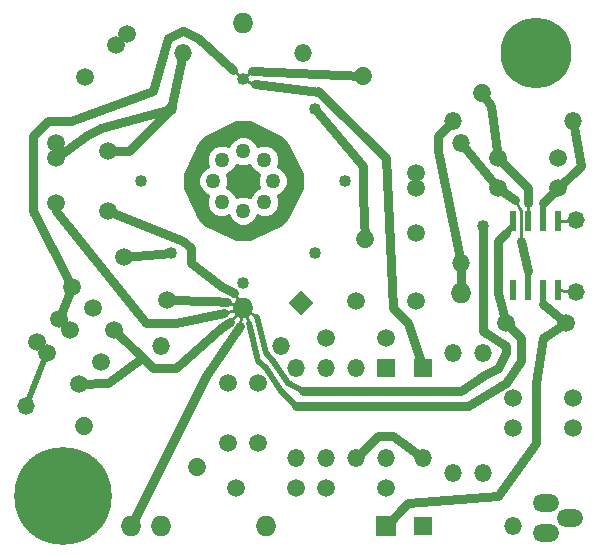
<source format=gtl>
G04 (created by PCBNEW (22-Jun-2014 BZR 4027)-stable) date Thu 15 Feb 2018 06:12:31 PM CST*
%MOIN*%
G04 Gerber Fmt 3.4, Leading zero omitted, Abs format*
%FSLAX34Y34*%
G01*
G70*
G90*
G04 APERTURE LIST*
%ADD10C,0.00590551*%
%ADD11O,0.0885X0.059*%
%ADD12O,0.059X0.059*%
%ADD13C,0.059*%
%ADD14C,0.05*%
%ADD15R,0.059X0.059*%
%ADD16O,0.069X0.069*%
%ADD17C,0.23622*%
%ADD18C,0.059*%
%ADD19R,0.069X0.069*%
%ADD20C,0.325*%
%ADD21R,0.019X0.07*%
%ADD22O,0.058X0.058*%
%ADD23C,0.04*%
%ADD24C,0.01*%
%ADD25C,0.02*%
%ADD26C,0.03*%
G04 APERTURE END LIST*
G54D10*
G54D11*
X95852Y-43250D03*
X96647Y-43750D03*
X95852Y-44250D03*
G54D12*
X92750Y-38250D03*
X92750Y-42250D03*
X93750Y-42250D03*
X93750Y-38250D03*
X83000Y-38000D03*
X87000Y-38000D03*
X83750Y-28250D03*
X87750Y-28250D03*
G54D13*
X84200Y-42050D02*
X84200Y-42050D01*
X80441Y-40681D02*
X80441Y-40681D01*
G54D14*
X85042Y-31792D03*
X86457Y-31792D03*
X86739Y-32500D03*
X85750Y-31510D03*
X86457Y-33207D03*
X85750Y-33489D03*
X85042Y-33207D03*
X84760Y-32500D03*
G54D15*
X90500Y-38750D03*
G54D12*
X89500Y-38750D03*
X88500Y-38750D03*
X87500Y-38750D03*
X87500Y-41750D03*
X88500Y-41750D03*
X90500Y-41750D03*
X89500Y-41750D03*
G54D16*
X83000Y-44000D03*
X82000Y-44000D03*
G54D17*
X95500Y-28250D03*
G54D18*
X94750Y-40750D03*
X96750Y-40750D03*
X91500Y-36500D03*
X89500Y-36500D03*
X85250Y-41250D03*
X85250Y-39250D03*
X86250Y-41250D03*
X86250Y-39250D03*
X88500Y-42750D03*
X90500Y-42750D03*
X81792Y-35042D03*
X83207Y-36457D03*
X81250Y-31500D03*
X81250Y-33500D03*
X96750Y-39750D03*
X94750Y-39750D03*
X90500Y-37750D03*
X88500Y-37750D03*
X87500Y-42750D03*
X85500Y-42750D03*
G54D16*
X85750Y-36750D03*
G54D19*
X90500Y-44000D03*
G54D16*
X86500Y-44000D03*
G54D15*
X91750Y-38750D03*
G54D12*
X91750Y-41750D03*
G54D10*
G36*
X87689Y-36143D02*
X88106Y-36560D01*
X87689Y-36977D01*
X87272Y-36560D01*
X87689Y-36143D01*
X87689Y-36143D01*
G37*
G54D13*
X89810Y-34439D02*
X89810Y-34439D01*
G54D15*
X91750Y-44000D03*
G54D12*
X94750Y-44000D03*
G54D18*
X81883Y-27616D03*
X80469Y-29030D03*
X81530Y-27969D03*
X79500Y-31250D03*
X79500Y-33250D03*
X79500Y-31750D03*
X91500Y-32250D03*
X91500Y-34250D03*
X91500Y-32750D03*
G54D20*
X79750Y-43000D03*
G54D16*
X85750Y-27250D03*
G54D21*
X96250Y-33850D03*
X95750Y-33850D03*
X95250Y-33850D03*
X94750Y-33850D03*
X94750Y-36150D03*
X95250Y-36150D03*
X95750Y-36150D03*
X96250Y-36150D03*
G54D13*
X89750Y-29000D02*
X89750Y-29000D01*
X93711Y-29556D02*
X93711Y-29556D01*
G54D12*
X96750Y-30500D03*
X92750Y-30500D03*
X93000Y-31250D03*
X93000Y-35250D03*
G54D18*
X94250Y-31750D03*
X96250Y-31750D03*
X96250Y-32750D03*
X94250Y-32750D03*
X96500Y-37250D03*
X94500Y-37250D03*
G54D16*
X93000Y-36250D03*
G54D18*
X79616Y-37116D03*
X81030Y-38530D03*
X79969Y-37469D03*
X78866Y-37866D03*
X80280Y-39280D03*
X79219Y-38219D03*
X80042Y-36042D03*
X81457Y-37457D03*
X80750Y-36750D03*
G54D22*
X96850Y-33800D03*
X96850Y-36200D03*
X78500Y-40000D03*
G54D23*
X89150Y-32500D03*
X82350Y-32500D03*
X83350Y-30100D03*
X88150Y-34900D03*
X88150Y-30100D03*
X83350Y-34900D03*
X85750Y-29100D03*
X93750Y-34000D03*
X85750Y-35900D03*
G54D24*
X96250Y-36150D02*
X96850Y-36200D01*
X96250Y-33850D02*
X96850Y-33800D01*
G54D25*
X79219Y-38219D02*
X78500Y-40000D01*
G54D26*
X95500Y-39250D02*
X95750Y-37750D01*
X91250Y-43250D02*
X94250Y-43000D01*
X94250Y-43000D02*
X95500Y-41250D01*
X95500Y-41250D02*
X95500Y-39250D01*
X90500Y-44000D02*
X91250Y-43250D01*
X95750Y-37750D02*
X96500Y-37250D01*
G54D25*
X95750Y-36500D02*
X95750Y-36600D01*
G54D26*
X95750Y-36600D02*
X96500Y-37250D01*
X93000Y-31250D02*
X94250Y-32750D01*
G54D24*
X95000Y-34500D02*
X95000Y-33500D01*
G54D25*
X95250Y-36150D02*
X95250Y-35250D01*
G54D26*
X95000Y-34500D02*
X95250Y-35500D01*
G54D25*
X95250Y-35500D02*
X95250Y-35250D01*
G54D24*
X95000Y-33500D02*
X94826Y-33134D01*
G54D26*
X94826Y-33134D02*
X94250Y-32750D01*
X93711Y-29556D02*
X94000Y-30000D01*
X94000Y-30000D02*
X94250Y-31750D01*
G54D24*
X95250Y-33850D02*
X95250Y-33250D01*
G54D26*
X95250Y-32750D02*
X94250Y-31750D01*
X95250Y-32750D02*
X95250Y-33250D01*
G54D24*
X95250Y-33250D02*
X95250Y-33250D01*
X95250Y-33250D02*
X95250Y-33250D01*
G54D26*
X89500Y-41750D02*
X90250Y-41000D01*
X90750Y-41000D02*
X91750Y-41750D01*
X90250Y-41000D02*
X90750Y-41000D01*
X96750Y-30500D02*
X97000Y-32000D01*
X97000Y-32000D02*
X96250Y-32750D01*
G54D25*
X95750Y-33850D02*
X95750Y-33250D01*
G54D26*
X95750Y-33250D02*
X96250Y-32750D01*
X83350Y-30100D02*
X81000Y-30750D01*
X80500Y-31000D02*
X79500Y-31750D01*
X81000Y-30750D02*
X80500Y-31000D01*
X83350Y-30100D02*
X83750Y-28250D01*
X81250Y-31500D02*
X81950Y-31500D01*
X81950Y-31500D02*
X83350Y-30100D01*
X89750Y-32000D02*
X89750Y-33000D01*
X89750Y-33000D02*
X89810Y-34439D01*
X88150Y-30100D02*
X89750Y-32000D01*
X81792Y-35042D02*
X83350Y-34900D01*
G54D24*
X83000Y-38000D02*
X83000Y-38000D01*
G54D26*
X93000Y-35250D02*
X93000Y-36250D01*
X92750Y-30500D02*
X92250Y-31000D01*
X92250Y-31500D02*
X93000Y-35250D01*
X92250Y-31000D02*
X92250Y-31500D01*
X80042Y-36042D02*
X79616Y-37116D01*
X79616Y-37116D02*
X79969Y-37469D01*
X80042Y-36042D02*
X78750Y-33500D01*
X83250Y-27750D02*
X82750Y-29500D01*
X82750Y-29500D02*
X80000Y-30500D01*
X80000Y-30500D02*
X79250Y-30500D01*
X79250Y-30500D02*
X78750Y-31000D01*
X78750Y-31000D02*
X78750Y-33500D01*
X84250Y-27750D02*
X85400Y-28785D01*
G54D24*
X85400Y-28785D02*
X85750Y-29100D01*
G54D26*
X83750Y-27500D02*
X83250Y-27750D01*
X84250Y-27750D02*
X83750Y-27500D01*
X89750Y-29000D02*
X86050Y-28850D01*
G54D24*
X86050Y-28850D02*
X85750Y-29100D01*
G54D26*
X88285Y-29535D02*
X86150Y-29268D01*
G54D24*
X86150Y-29268D02*
X86000Y-29250D01*
X86000Y-29250D02*
X85750Y-29100D01*
G54D26*
X91750Y-38750D02*
X91250Y-37250D01*
X91250Y-37250D02*
X90750Y-36750D01*
X90750Y-36750D02*
X90500Y-31750D01*
X90500Y-31750D02*
X88285Y-29535D01*
X88285Y-29535D02*
X88250Y-29500D01*
G54D25*
X94500Y-34250D02*
X94750Y-34000D01*
G54D26*
X94500Y-37250D02*
X94250Y-36250D01*
X94250Y-36250D02*
X94250Y-34500D01*
X94250Y-34500D02*
X94500Y-34250D01*
G54D25*
X94750Y-34000D02*
X94750Y-33850D01*
G54D26*
X80280Y-39280D02*
X81250Y-39250D01*
X82392Y-38392D02*
X82500Y-38500D01*
X81250Y-39250D02*
X82392Y-38392D01*
X81457Y-37457D02*
X82500Y-38500D01*
X82500Y-38500D02*
X82750Y-38750D01*
G54D24*
X85300Y-37200D02*
X85750Y-36750D01*
G54D26*
X85300Y-37200D02*
X85000Y-37416D01*
X85000Y-37416D02*
X83500Y-38750D01*
X83500Y-38750D02*
X82750Y-38750D01*
X93750Y-37500D02*
X93750Y-34000D01*
G54D25*
X87000Y-39500D02*
X87500Y-40000D01*
G54D26*
X95000Y-37750D02*
X95000Y-38500D01*
X95000Y-38500D02*
X94500Y-39250D01*
X94500Y-39250D02*
X93250Y-40000D01*
X93250Y-40000D02*
X92250Y-40000D01*
X92250Y-40000D02*
X87500Y-40000D01*
X94500Y-37250D02*
X95000Y-37750D01*
G54D25*
X86250Y-38500D02*
X86500Y-38750D01*
X86500Y-38750D02*
X87000Y-39500D01*
G54D24*
X85950Y-37250D02*
X85750Y-36750D01*
G54D25*
X85950Y-37250D02*
X86250Y-38500D01*
X86200Y-37050D02*
X86500Y-38250D01*
X86500Y-38250D02*
X86750Y-38500D01*
X86750Y-38500D02*
X87250Y-39250D01*
X87250Y-39250D02*
X87750Y-39500D01*
G54D24*
X86200Y-37050D02*
X85750Y-36750D01*
G54D25*
X93750Y-37500D02*
X93750Y-37500D01*
G54D26*
X94500Y-38250D02*
X94500Y-38000D01*
X94500Y-38000D02*
X93750Y-37500D01*
X87750Y-39500D02*
X93000Y-39500D01*
X94250Y-38750D02*
X93750Y-39000D01*
X93000Y-39500D02*
X93750Y-39000D01*
X94250Y-38750D02*
X94500Y-38250D01*
X85650Y-37350D02*
X84500Y-39000D01*
G54D24*
X85650Y-37350D02*
X85653Y-37230D01*
X85653Y-37230D02*
X85750Y-36750D01*
G54D26*
X82000Y-44000D02*
X84500Y-39000D01*
G54D24*
X85750Y-36750D02*
X85450Y-36250D01*
G54D26*
X85000Y-36000D02*
X84000Y-35250D01*
X84000Y-35250D02*
X84000Y-34750D01*
X84000Y-34750D02*
X83750Y-34500D01*
X83750Y-34500D02*
X81250Y-33500D01*
X85450Y-36250D02*
X85000Y-36000D01*
X82500Y-37250D02*
X79500Y-33500D01*
X79500Y-33500D02*
X79500Y-33250D01*
X85100Y-36900D02*
X83500Y-37250D01*
G54D24*
X85750Y-36750D02*
X85100Y-36900D01*
G54D26*
X82500Y-37250D02*
X83500Y-37250D01*
G54D24*
X85750Y-36750D02*
X85200Y-36550D01*
G54D26*
X84750Y-36500D02*
X83207Y-36457D01*
X85200Y-36550D02*
X84750Y-36500D01*
X83207Y-36457D02*
X83164Y-36414D01*
G54D10*
G36*
X86295Y-32267D02*
X86240Y-32400D01*
X86239Y-32599D01*
X86295Y-32732D01*
X86174Y-32782D01*
X86033Y-32923D01*
X85982Y-33045D01*
X85849Y-32990D01*
X85650Y-32989D01*
X85517Y-33045D01*
X85467Y-32924D01*
X85326Y-32783D01*
X85204Y-32732D01*
X85259Y-32599D01*
X85260Y-32400D01*
X85204Y-32267D01*
X85325Y-32217D01*
X85466Y-32076D01*
X85517Y-31954D01*
X85650Y-32009D01*
X85849Y-32010D01*
X85982Y-31954D01*
X86032Y-32075D01*
X86173Y-32216D01*
X86295Y-32267D01*
X86295Y-32267D01*
G37*
G54D24*
X86295Y-32267D02*
X86240Y-32400D01*
X86239Y-32599D01*
X86295Y-32732D01*
X86174Y-32782D01*
X86033Y-32923D01*
X85982Y-33045D01*
X85849Y-32990D01*
X85650Y-32989D01*
X85517Y-33045D01*
X85467Y-32924D01*
X85326Y-32783D01*
X85204Y-32732D01*
X85259Y-32599D01*
X85260Y-32400D01*
X85204Y-32267D01*
X85325Y-32217D01*
X85466Y-32076D01*
X85517Y-31954D01*
X85650Y-32009D01*
X85849Y-32010D01*
X85982Y-31954D01*
X86032Y-32075D01*
X86173Y-32216D01*
X86295Y-32267D01*
G54D10*
G36*
X87700Y-32738D02*
X87240Y-33658D01*
X87240Y-32400D01*
X87164Y-32217D01*
X87023Y-32076D01*
X86901Y-32025D01*
X86957Y-31892D01*
X86957Y-31693D01*
X86881Y-31510D01*
X86740Y-31369D01*
X86556Y-31292D01*
X86358Y-31292D01*
X86224Y-31348D01*
X86174Y-31227D01*
X86033Y-31086D01*
X85849Y-31010D01*
X85650Y-31009D01*
X85467Y-31085D01*
X85326Y-31226D01*
X85275Y-31348D01*
X85142Y-31292D01*
X84943Y-31292D01*
X84760Y-31368D01*
X84619Y-31509D01*
X84542Y-31693D01*
X84542Y-31891D01*
X84598Y-32025D01*
X84477Y-32075D01*
X84336Y-32216D01*
X84260Y-32400D01*
X84259Y-32599D01*
X84335Y-32782D01*
X84476Y-32923D01*
X84598Y-32974D01*
X84542Y-33107D01*
X84542Y-33306D01*
X84618Y-33489D01*
X84759Y-33630D01*
X84943Y-33707D01*
X85141Y-33707D01*
X85275Y-33651D01*
X85325Y-33772D01*
X85466Y-33913D01*
X85650Y-33989D01*
X85849Y-33990D01*
X86032Y-33914D01*
X86173Y-33773D01*
X86224Y-33651D01*
X86357Y-33707D01*
X86556Y-33707D01*
X86739Y-33631D01*
X86880Y-33490D01*
X86957Y-33306D01*
X86957Y-33108D01*
X86901Y-32974D01*
X87022Y-32924D01*
X87163Y-32783D01*
X87239Y-32599D01*
X87240Y-32400D01*
X87240Y-33658D01*
X87208Y-33720D01*
X86970Y-33958D01*
X85988Y-34450D01*
X85511Y-34450D01*
X84529Y-33958D01*
X84291Y-33720D01*
X83800Y-32738D01*
X83800Y-32261D01*
X84291Y-31279D01*
X84529Y-31041D01*
X85511Y-30550D01*
X85988Y-30550D01*
X86970Y-31041D01*
X87208Y-31279D01*
X87700Y-32261D01*
X87700Y-32738D01*
X87700Y-32738D01*
G37*
G54D24*
X87700Y-32738D02*
X87240Y-33658D01*
X87240Y-32400D01*
X87164Y-32217D01*
X87023Y-32076D01*
X86901Y-32025D01*
X86957Y-31892D01*
X86957Y-31693D01*
X86881Y-31510D01*
X86740Y-31369D01*
X86556Y-31292D01*
X86358Y-31292D01*
X86224Y-31348D01*
X86174Y-31227D01*
X86033Y-31086D01*
X85849Y-31010D01*
X85650Y-31009D01*
X85467Y-31085D01*
X85326Y-31226D01*
X85275Y-31348D01*
X85142Y-31292D01*
X84943Y-31292D01*
X84760Y-31368D01*
X84619Y-31509D01*
X84542Y-31693D01*
X84542Y-31891D01*
X84598Y-32025D01*
X84477Y-32075D01*
X84336Y-32216D01*
X84260Y-32400D01*
X84259Y-32599D01*
X84335Y-32782D01*
X84476Y-32923D01*
X84598Y-32974D01*
X84542Y-33107D01*
X84542Y-33306D01*
X84618Y-33489D01*
X84759Y-33630D01*
X84943Y-33707D01*
X85141Y-33707D01*
X85275Y-33651D01*
X85325Y-33772D01*
X85466Y-33913D01*
X85650Y-33989D01*
X85849Y-33990D01*
X86032Y-33914D01*
X86173Y-33773D01*
X86224Y-33651D01*
X86357Y-33707D01*
X86556Y-33707D01*
X86739Y-33631D01*
X86880Y-33490D01*
X86957Y-33306D01*
X86957Y-33108D01*
X86901Y-32974D01*
X87022Y-32924D01*
X87163Y-32783D01*
X87239Y-32599D01*
X87240Y-32400D01*
X87240Y-33658D01*
X87208Y-33720D01*
X86970Y-33958D01*
X85988Y-34450D01*
X85511Y-34450D01*
X84529Y-33958D01*
X84291Y-33720D01*
X83800Y-32738D01*
X83800Y-32261D01*
X84291Y-31279D01*
X84529Y-31041D01*
X85511Y-30550D01*
X85988Y-30550D01*
X86970Y-31041D01*
X87208Y-31279D01*
X87700Y-32261D01*
X87700Y-32738D01*
M02*

</source>
